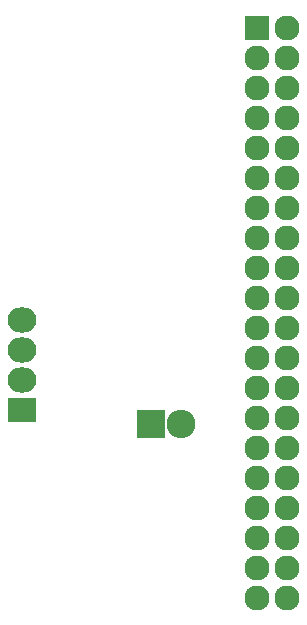
<source format=gbr>
G04 #@! TF.FileFunction,Soldermask,Bot*
%FSLAX46Y46*%
G04 Gerber Fmt 4.6, Leading zero omitted, Abs format (unit mm)*
G04 Created by KiCad (PCBNEW 4.0.4-stable) date Sunday 28 May 2017 'à' 09:57:35*
%MOMM*%
%LPD*%
G01*
G04 APERTURE LIST*
%ADD10C,0.100000*%
%ADD11R,2.432000X2.127200*%
%ADD12O,2.432000X2.127200*%
%ADD13R,2.432000X2.432000*%
%ADD14O,2.432000X2.432000*%
%ADD15R,2.127200X2.127200*%
%ADD16O,2.127200X2.127200*%
G04 APERTURE END LIST*
D10*
D11*
X159500000Y-132580000D03*
D12*
X159500000Y-130040000D03*
X159500000Y-127500000D03*
X159500000Y-124960000D03*
D13*
X170460000Y-133750000D03*
D14*
X173000000Y-133750000D03*
D15*
X179460000Y-100220000D03*
D16*
X182000000Y-100220000D03*
X179460000Y-102760000D03*
X182000000Y-102760000D03*
X179460000Y-105300000D03*
X182000000Y-105300000D03*
X179460000Y-107840000D03*
X182000000Y-107840000D03*
X179460000Y-110380000D03*
X182000000Y-110380000D03*
X179460000Y-112920000D03*
X182000000Y-112920000D03*
X179460000Y-115460000D03*
X182000000Y-115460000D03*
X179460000Y-118000000D03*
X182000000Y-118000000D03*
X179460000Y-120540000D03*
X182000000Y-120540000D03*
X179460000Y-123080000D03*
X182000000Y-123080000D03*
X179460000Y-125620000D03*
X182000000Y-125620000D03*
X179460000Y-128160000D03*
X182000000Y-128160000D03*
X179460000Y-130700000D03*
X182000000Y-130700000D03*
X179460000Y-133240000D03*
X182000000Y-133240000D03*
X179460000Y-135780000D03*
X182000000Y-135780000D03*
X179460000Y-138320000D03*
X182000000Y-138320000D03*
X179460000Y-140860000D03*
X182000000Y-140860000D03*
X179460000Y-143400000D03*
X182000000Y-143400000D03*
X179460000Y-145940000D03*
X182000000Y-145940000D03*
X179460000Y-148480000D03*
X182000000Y-148480000D03*
M02*

</source>
